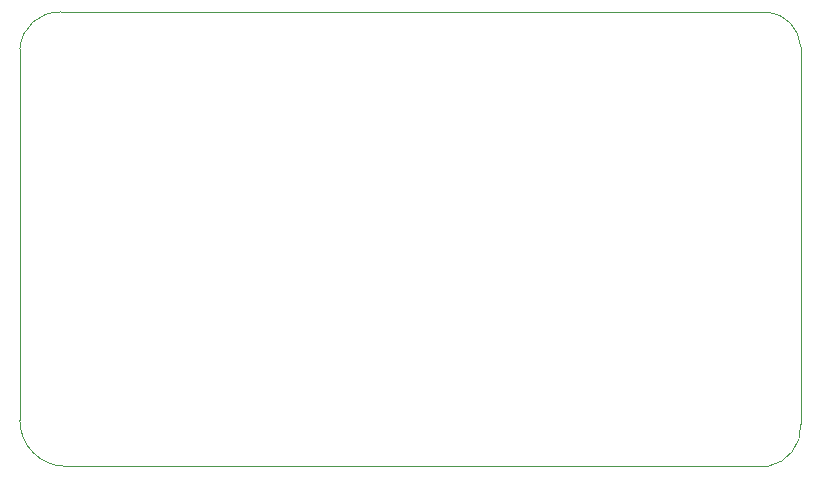
<source format=gm1>
G04 #@! TF.GenerationSoftware,KiCad,Pcbnew,9.0.2*
G04 #@! TF.CreationDate,2025-05-20T18:37:11-06:00*
G04 #@! TF.ProjectId,test_kicad,74657374-5f6b-4696-9361-642e6b696361,rev?*
G04 #@! TF.SameCoordinates,Original*
G04 #@! TF.FileFunction,Profile,NP*
%FSLAX46Y46*%
G04 Gerber Fmt 4.6, Leading zero omitted, Abs format (unit mm)*
G04 Created by KiCad (PCBNEW 9.0.2) date 2025-05-20 18:37:11*
%MOMM*%
%LPD*%
G01*
G04 APERTURE LIST*
G04 #@! TA.AperFunction,Profile*
%ADD10C,0.050000*%
G04 #@! TD*
G04 APERTURE END LIST*
D10*
X105000000Y-88905112D02*
G75*
G02*
X101094888Y-85000000I0J3905112D01*
G01*
X101094888Y-53539362D02*
X101094888Y-85000000D01*
X105000000Y-88905112D02*
X164464558Y-88900000D01*
X167200000Y-53382009D02*
X167209124Y-85361567D01*
X104542974Y-50435074D02*
X164354591Y-50430000D01*
X101094888Y-53539362D02*
G75*
G02*
X104542974Y-50434723I3330000J-231295D01*
G01*
X167209124Y-85361567D02*
G75*
G02*
X164464592Y-88900000I-3384532J-208433D01*
G01*
X164354592Y-50430000D02*
G75*
G02*
X167200000Y-53382009I-274592J-3112009D01*
G01*
M02*

</source>
